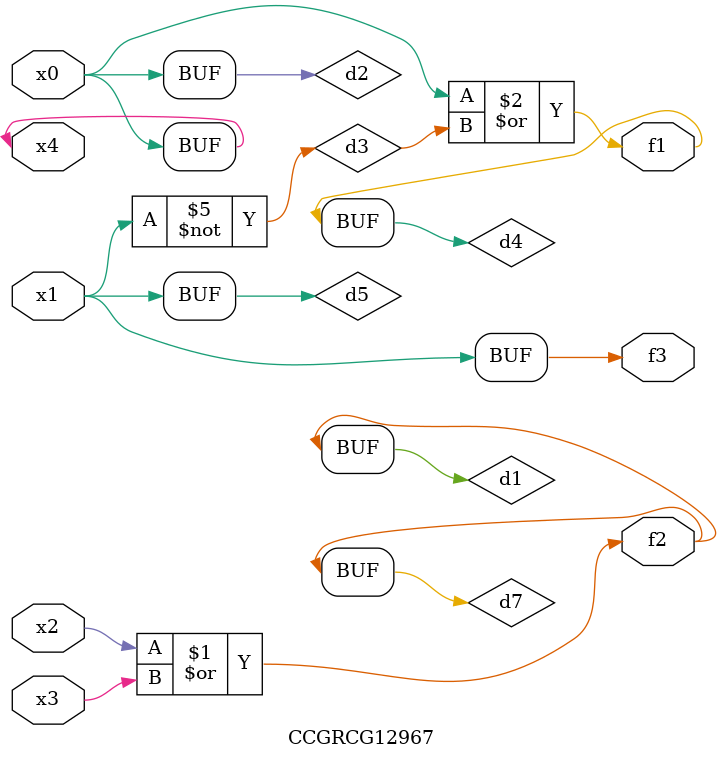
<source format=v>
module CCGRCG12967(
	input x0, x1, x2, x3, x4,
	output f1, f2, f3
);

	wire d1, d2, d3, d4, d5, d6, d7;

	or (d1, x2, x3);
	buf (d2, x0, x4);
	not (d3, x1);
	or (d4, d2, d3);
	not (d5, d3);
	nand (d6, d1, d3);
	or (d7, d1);
	assign f1 = d4;
	assign f2 = d7;
	assign f3 = d5;
endmodule

</source>
